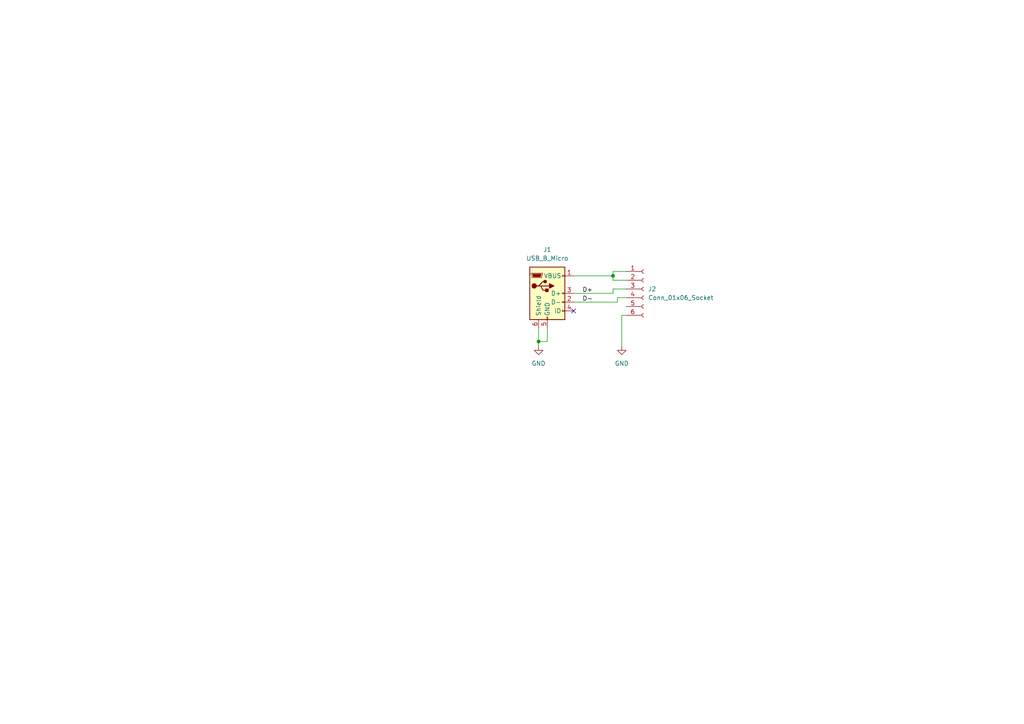
<source format=kicad_sch>
(kicad_sch (version 20250114) (generator "eeschema") (generator_version "9.0")
  (paper "A4")
  (lib_symbols
    (symbol "Connector:Conn_01x06_Socket" (pin_names (offset 1.016) (hide yes))
      (property "Reference" "J" (at 0 7.62 0))
      (property "Value" "Conn_01x06_Socket" (at 0 -10.16 0))
      (symbol "Conn_01x06_Socket_1_1"
        (polyline (pts (xy -1.27 5.08) (xy -0.508 5.08)) (stroke (width 0.1524)))
        (polyline (pts (xy -1.27 2.54) (xy -0.508 2.54)) (stroke (width 0.1524)))
        (polyline (pts (xy -1.27 0) (xy -0.508 0)) (stroke (width 0.1524)))
        (polyline (pts (xy -1.27 -2.54) (xy -0.508 -2.54)) (stroke (width 0.1524)))
        (polyline (pts (xy -1.27 -5.08) (xy -0.508 -5.08)) (stroke (width 0.1524)))
        (polyline (pts (xy -1.27 -7.62) (xy -0.508 -7.62)) (stroke (width 0.1524)))
        (arc (start 0 4.572) (mid -0.5058 5.08) (end 0 5.588) (stroke (width 0.1524)))
        (arc (start 0 2.032) (mid -0.5058 2.54) (end 0 3.048) (stroke (width 0.1524)))
        (arc (start 0 -0.508) (mid -0.5058 0) (end 0 0.508) (stroke (width 0.1524)))
        (arc (start 0 -3.048) (mid -0.5058 -2.54) (end 0 -2.032) (stroke (width 0.1524)))
        (arc (start 0 -5.588) (mid -0.5058 -5.08) (end 0 -4.572) (stroke (width 0.1524)))
        (arc (start 0 -8.128) (mid -0.5058 -7.62) (end 0 -7.112) (stroke (width 0.1524)))
        (pin passive line (at -5.08 5.08 0) (length 3.81) (name "Pin_1") (number "1"))
        (pin passive line (at -5.08 2.54 0) (length 3.81) (name "Pin_2") (number "2"))
        (pin passive line (at -5.08 0 0) (length 3.81) (name "Pin_3") (number "3"))
        (pin passive line (at -5.08 -2.54 0) (length 3.81) (name "Pin_4") (number "4"))
        (pin passive line (at -5.08 -5.08 0) (length 3.81) (name "Pin_5") (number "5"))
        (pin passive line (at -5.08 -7.62 0) (length 3.81) (name "Pin_6") (number "6"))
      )
    )
    (symbol "Connector:USB_B_Micro" (pin_names (offset 1.016))
      (property "Reference" "J" (at -5.08 11.43 0))
      (property "Value" "USB_B_Micro" (at -5.08 8.89 0))
      (symbol "USB_B_Micro_0_1"
        (rectangle (start -5.08 -7.62) (end 5.08 7.62) (stroke (width 0.254)) (fill (type background)))
        (polyline (pts (xy -4.699 5.842) (xy -4.699 5.588) (xy -4.445 4.826) (xy -4.445 4.572) (xy -1.651 4.572) (xy -1.651 4.826) (xy -1.397 5.588) (xy -1.397 5.842) (xy -4.699 5.842)))
        (polyline (pts (xy -4.318 5.588) (xy -1.778 5.588) (xy -2.032 4.826) (xy -4.064 4.826) (xy -4.318 5.588)) (fill (type outline)))
        (circle (center -3.81 2.159) (radius 0.635) (stroke (width 0.254)) (fill (type outline)))
        (polyline (pts (xy -3.175 2.159) (xy -2.54 2.159) (xy -1.27 3.429) (xy -0.635 3.429)) (stroke (width 0.254)))
        (polyline (pts (xy -2.54 2.159) (xy -1.905 2.159) (xy -1.27 0.889) (xy 0 0.889)) (stroke (width 0.254)))
        (polyline (pts (xy -1.905 2.159) (xy 0.635 2.159)) (stroke (width 0.254)))
        (circle (center -0.635 3.429) (radius 0.381) (stroke (width 0.254)) (fill (type outline)))
        (rectangle (start -0.127 -7.62) (end 0.127 -6.858))
        (rectangle (start 0.254 1.27) (end -0.508 0.508) (stroke (width 0.254)) (fill (type outline)))
        (polyline (pts (xy 0.635 2.794) (xy 0.635 1.524) (xy 1.905 2.159) (xy 0.635 2.794)) (stroke (width 0.254)) (fill (type outline)))
        (rectangle (start 5.08 4.953) (end 4.318 5.207))
        (rectangle (start 5.08 -0.127) (end 4.318 0.127))
        (rectangle (start 5.08 -2.667) (end 4.318 -2.413))
        (rectangle (start 5.08 -5.207) (end 4.318 -4.953))
      )
      (symbol "USB_B_Micro_1_1"
        (pin passive line (at -2.54 -10.16 90) (length 2.54) (name "Shield") (number "6"))
        (pin power_out line (at 0 -10.16 90) (length 2.54) (name "GND") (number "5"))
        (pin power_out line (at 7.62 5.08 180) (length 2.54) (name "VBUS") (number "1"))
        (pin bidirectional line (at 7.62 0 180) (length 2.54) (name "D+") (number "3"))
        (pin bidirectional line (at 7.62 -2.54 180) (length 2.54) (name "D-") (number "2"))
        (pin passive line (at 7.62 -5.08 180) (length 2.54) (name "ID") (number "4"))
      )
    )
    (symbol "power:GND" (power) (pin_numbers (hide yes)) (pin_names (offset 0) (hide yes))
      (property "Value" "GND" (at 0 -3.81 0))
      (symbol "GND_0_1"
        (polyline (pts (xy 0 0) (xy 0 -1.27) (xy 1.27 -1.27) (xy 0 -2.54) (xy -1.27 -1.27) (xy 0 -1.27)))
      )
      (symbol "GND_1_1"
        (pin power_in line (at 0 0 270) (length 0) (name "~") (number "1"))
      )
    )
  )
  (junction (at 156.21 99.06))
  (junction (at 177.8 80.01))
  (no_connect (at 166.37 90.17))
  (wire (pts (xy 158.75 95.25) (xy 158.75 99.06)))
  (wire (pts (xy 177.8 80.01) (xy 177.8 81.28)))
  (wire (pts (xy 181.61 78.74) (xy 177.8 78.74)))
  (wire (pts (xy 179.07 86.36) (xy 181.61 86.36)))
  (wire (pts (xy 177.8 81.28) (xy 181.61 81.28)))
  (wire (pts (xy 181.61 91.44) (xy 180.34 91.44)))
  (wire (pts (xy 179.07 87.63) (xy 179.07 86.36)))
  (wire (pts (xy 180.34 91.44) (xy 180.34 100.33)))
  (wire (pts (xy 166.37 85.09) (xy 177.8 85.09)))
  (wire (pts (xy 156.21 99.06) (xy 156.21 100.33)))
  (wire (pts (xy 166.37 87.63) (xy 179.07 87.63)))
  (wire (pts (xy 156.21 99.06) (xy 158.75 99.06)))
  (wire (pts (xy 156.21 95.25) (xy 156.21 99.06)))
  (wire (pts (xy 177.8 78.74) (xy 177.8 80.01)))
  (wire (pts (xy 177.8 85.09) (xy 177.8 83.82)))
  (wire (pts (xy 166.37 80.01) (xy 177.8 80.01)))
  (wire (pts (xy 177.8 83.82) (xy 181.61 83.82)))
  (label "D-" (at 168.91 87.63 0))
  (label "D+" (at 168.91 85.09 0))
  (symbol (lib_id "power:GND") (at 180.34 100.33 0) (unit 1)
    (property "Reference" "#PWR02" (effects (hide yes)))
    (property "Value" "GND" (at 180.34 105.41 0))
    (property "Description" "Power symbol creates a global label with name \"GND\" , ground" (effects (hide yes)))
  )
  (symbol (lib_id "power:GND") (at 156.21 100.33 0) (unit 1)
    (property "Reference" "#PWR01" (effects (hide yes)))
    (property "Value" "GND" (at 156.21 105.41 0))
    (property "Description" "Power symbol creates a global label with name \"GND\" , ground" (effects (hide yes)))
  )
  (symbol (lib_id "Connector:USB_B_Micro") (at 158.75 85.09 0) (unit 1)
    (property "Reference" "J1" (at 158.75 72.39 0))
    (property "Value" "USB_B_Micro" (at 158.75 74.93 0))
    (property "Footprint" "Connector_USB:USB_Mini-B_Lumberg_2486_01_Horizontal" (effects (hide yes)))
    (property "Description" "USB Micro Type B connector" (effects (hide yes)))
  )
  (symbol (lib_id "Connector:Conn_01x06_Socket") (at 186.69 83.82 0) (unit 1)
    (property "Reference" "J2" (at 187.96 83.8199 0) (effects (justify left)))
    (property "Value" "Conn_01x06_Socket" (at 187.96 86.3599 0) (effects (justify left)))
    (property "Footprint" "Connector_PinSocket_2.54mm:PinSocket_1x06_P2.54mm_Vertical" (effects (hide yes)))
    (property "Description" "Generic connector, single row, 01x06, script generated" (effects (hide yes)))
  )
)
</source>
